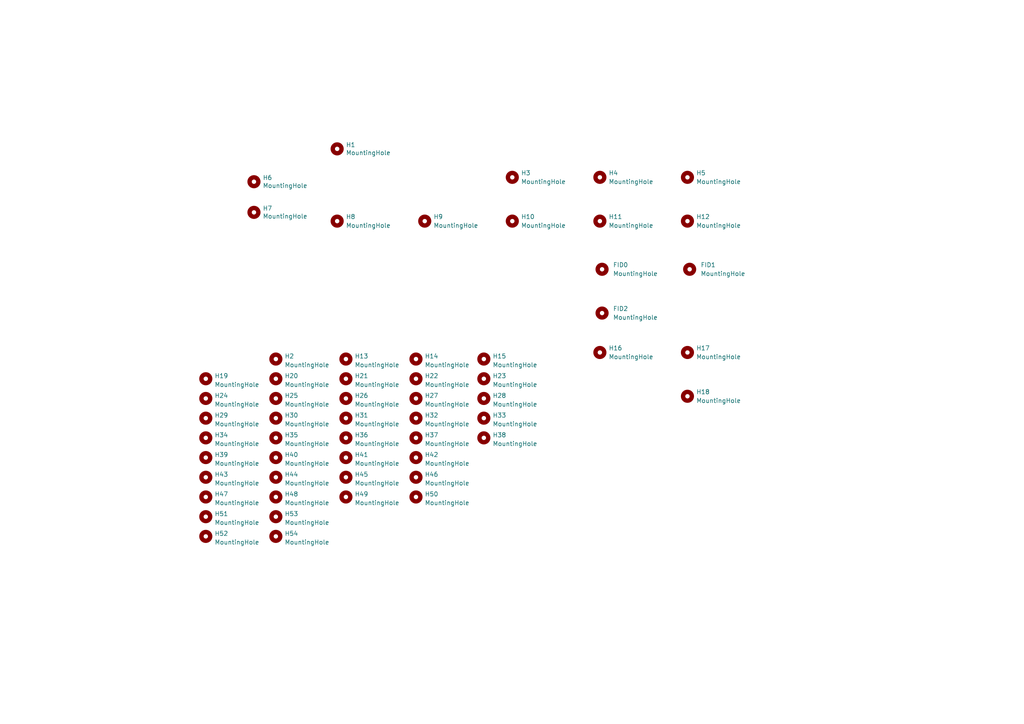
<source format=kicad_sch>
(kicad_sch (version 20230121) (generator eeschema)
  (paper "A4")
  (lib_symbols
    (symbol "Mechanical:MountingHole" (pin_names (offset 1.016))
      (property "Reference" "H" (at 0 5.08 0))
      (property "Value" "MountingHole" (at 0 3.175 0))
      (symbol "MountingHole_0_1"
        (circle (center 0 0) (radius 1.27) (stroke (width 1.27)))
      )
    )
  )
  (symbol (lib_id "Mechanical:MountingHole") (at 59.69 132.715 0) (unit 1)
    (property "Reference" "H39" (at 62.23 131.8803 0) (effects (justify left)))
    (property "Value" "MountingHole" (at 62.23 134.4172 0) (effects (justify left)))
    (property "Footprint" "bevin:M2 screwhole" (effects hide))
  )
  (symbol (lib_id "Mechanical:MountingHole") (at 173.99 64.135 0) (unit 1)
    (property "Reference" "H11" (at 176.53 62.8649 0) (effects (justify left)))
    (property "Value" "MountingHole" (at 176.53 65.4049 0) (effects (justify left)))
    (property "Footprint" "bevin:breakaway-mousebites" (effects hide))
    (instances (project "EC_Rev2" (path "" (reference "H11") (unit 1))) (project "conceptpcb" (path "" (reference "H10") (unit 1))))
  )
  (symbol (lib_id "Mechanical:MountingHole") (at 80.01 115.57 0) (unit 1)
    (property "Reference" "H25" (at 82.55 114.7353 0) (effects (justify left)))
    (property "Value" "MountingHole" (at 82.55 117.2722 0) (effects (justify left)))
    (property "Footprint" "bevin:M2 screwhole" (effects hide))
  )
  (symbol (lib_id "Mechanical:MountingHole") (at 120.65 109.855 0) (unit 1)
    (property "Reference" "H22" (at 123.19 109.0203 0) (effects (justify left)))
    (property "Value" "MountingHole" (at 123.19 111.5572 0) (effects (justify left)))
    (property "Footprint" "bevin:M2 screwhole" (effects hide))
  )
  (symbol (lib_id "Mechanical:MountingHole") (at 100.33 104.14 0) (unit 1)
    (property "Reference" "H13" (at 102.87 103.3053 0) (effects (justify left)))
    (property "Value" "MountingHole" (at 102.87 105.8422 0) (effects (justify left)))
    (property "Footprint" "bevin:M2 screwhole" (effects hide))
  )
  (symbol (lib_id "Mechanical:MountingHole") (at 140.335 121.285 0) (unit 1)
    (property "Reference" "H33" (at 142.875 120.4503 0) (effects (justify left)))
    (property "Value" "MountingHole" (at 142.875 122.9872 0) (effects (justify left)))
    (property "Footprint" "bevin:M2 screwhole" (effects hide))
  )
  (symbol (lib_id "Mechanical:MountingHole") (at 148.59 51.435 0) (unit 1)
    (property "Reference" "H3" (at 151.13 50.1649 0) (effects (justify left)))
    (property "Value" "MountingHole" (at 151.13 52.7049 0) (effects (justify left)))
    (property "Footprint" "bevin:breakaway-mousebites" (effects hide))
    (instances (project "EC_Rev2" (path "" (reference "H3") (unit 1))) (project "conceptpcb" (path "" (reference "H5") (unit 1))))
  )
  (symbol (lib_id "Mechanical:MountingHole") (at 100.33 115.57 0) (unit 1)
    (property "Reference" "H26" (at 102.87 114.7353 0) (effects (justify left)))
    (property "Value" "MountingHole" (at 102.87 117.2722 0) (effects (justify left)))
    (property "Footprint" "bevin:M2 screwhole" (effects hide))
  )
  (symbol (lib_id "Mechanical:MountingHole") (at 80.01 155.575 0) (unit 1)
    (property "Reference" "H54" (at 82.55 154.7403 0) (effects (justify left)))
    (property "Value" "MountingHole" (at 82.55 157.2772 0) (effects (justify left)))
    (property "Footprint" "bevin:M2 screwhole" (effects hide))
  )
  (symbol (lib_id "Mechanical:MountingHole") (at 80.01 109.855 0) (unit 1)
    (property "Reference" "H20" (at 82.55 109.0203 0) (effects (justify left)))
    (property "Value" "MountingHole" (at 82.55 111.5572 0) (effects (justify left)))
    (property "Footprint" "bevin:M2 screwhole" (effects hide))
  )
  (symbol (lib_id "Mechanical:MountingHole") (at 73.66 61.595 0) (unit 1)
    (property "Reference" "H7" (at 76.2 60.4266 0) (effects (justify left)))
    (property "Value" "MountingHole" (at 76.2 62.738 0) (effects (justify left)))
    (property "Footprint" "bevin:breakaway-mousebites" (effects hide))
    (instances (project "EC_Rev2" (path "" (reference "H7") (unit 1))) (project "conceptpcb" (path "" (reference "H2") (unit 1))))
  )
  (symbol (lib_id "Mechanical:MountingHole") (at 80.01 132.715 0) (unit 1)
    (property "Reference" "H40" (at 82.55 131.8803 0) (effects (justify left)))
    (property "Value" "MountingHole" (at 82.55 134.4172 0) (effects (justify left)))
    (property "Footprint" "bevin:M2 screwhole" (effects hide))
  )
  (symbol (lib_id "Mechanical:MountingHole") (at 148.59 64.135 0) (unit 1)
    (property "Reference" "H10" (at 151.13 62.8649 0) (effects (justify left)))
    (property "Value" "MountingHole" (at 151.13 65.4049 0) (effects (justify left)))
    (property "Footprint" "bevin:breakaway-mousebites" (effects hide))
    (instances (project "EC_Rev2" (path "" (reference "H10") (unit 1))) (project "conceptpcb" (path "" (reference "H9") (unit 1))))
  )
  (symbol (lib_id "Mechanical:MountingHole") (at 174.625 90.805 0) (unit 1)
    (property "Reference" "FID2" (at 177.8 89.535 0) (effects (justify left)))
    (property "Value" "MountingHole" (at 177.8 92.075 0) (effects (justify left)))
    (property "Footprint" "Fiducial:Fiducial_1.5mm_Mask3mm" (effects hide))
  )
  (symbol (lib_id "Mechanical:MountingHole") (at 80.01 138.43 0) (unit 1)
    (property "Reference" "H44" (at 82.55 137.5953 0) (effects (justify left)))
    (property "Value" "MountingHole" (at 82.55 140.1322 0) (effects (justify left)))
    (property "Footprint" "bevin:M2 screwhole" (effects hide))
  )
  (symbol (lib_id "Mechanical:MountingHole") (at 173.99 102.235 0) (unit 1)
    (property "Reference" "H16" (at 176.53 100.965 0) (effects (justify left)))
    (property "Value" "MountingHole" (at 176.53 103.505 0) (effects (justify left)))
    (property "Footprint" "bevin:M2 screwhole" (effects hide))
  )
  (symbol (lib_id "Mechanical:MountingHole") (at 59.69 149.86 0) (unit 1)
    (property "Reference" "H51" (at 62.23 149.0253 0) (effects (justify left)))
    (property "Value" "MountingHole" (at 62.23 151.5622 0) (effects (justify left)))
    (property "Footprint" "bevin:M2 screwhole" (effects hide))
  )
  (symbol (lib_id "Mechanical:MountingHole") (at 199.39 64.135 0) (unit 1)
    (property "Reference" "H12" (at 201.93 62.8649 0) (effects (justify left)))
    (property "Value" "MountingHole" (at 201.93 65.4049 0) (effects (justify left)))
    (property "Footprint" "bevin:breakaway-mousebites" (effects hide))
  )
  (symbol (lib_id "Mechanical:MountingHole") (at 59.69 155.575 0) (unit 1)
    (property "Reference" "H52" (at 62.23 154.7403 0) (effects (justify left)))
    (property "Value" "MountingHole" (at 62.23 157.2772 0) (effects (justify left)))
    (property "Footprint" "bevin:M2 screwhole" (effects hide))
  )
  (symbol (lib_id "Mechanical:MountingHole") (at 200.025 78.105 0) (unit 1)
    (property "Reference" "FID1" (at 203.2 76.835 0) (effects (justify left)))
    (property "Value" "MountingHole" (at 203.2 79.375 0) (effects (justify left)))
    (property "Footprint" "Fiducial:Fiducial_1.5mm_Mask3mm" (effects hide))
  )
  (symbol (lib_id "Mechanical:MountingHole") (at 120.65 132.715 0) (unit 1)
    (property "Reference" "H42" (at 123.19 131.8803 0) (effects (justify left)))
    (property "Value" "MountingHole" (at 123.19 134.4172 0) (effects (justify left)))
    (property "Footprint" "bevin:M2 screwhole" (effects hide))
  )
  (symbol (lib_id "Mechanical:MountingHole") (at 140.335 109.855 0) (unit 1)
    (property "Reference" "H23" (at 142.875 109.0203 0) (effects (justify left)))
    (property "Value" "MountingHole" (at 142.875 111.5572 0) (effects (justify left)))
    (property "Footprint" "bevin:M2 screwhole" (effects hide))
  )
  (symbol (lib_id "Mechanical:MountingHole") (at 97.79 43.18 0) (unit 1)
    (property "Reference" "H1" (at 100.33 42.0116 0) (effects (justify left)))
    (property "Value" "MountingHole" (at 100.33 44.323 0) (effects (justify left)))
    (property "Footprint" "art:xcalla" (effects hide))
  )
  (symbol (lib_id "Mechanical:MountingHole") (at 80.01 121.285 0) (unit 1)
    (property "Reference" "H30" (at 82.55 120.4503 0) (effects (justify left)))
    (property "Value" "MountingHole" (at 82.55 122.9872 0) (effects (justify left)))
    (property "Footprint" "bevin:M2 screwhole" (effects hide))
  )
  (symbol (lib_id "Mechanical:MountingHole") (at 140.335 104.14 0) (unit 1)
    (property "Reference" "H15" (at 142.875 103.3053 0) (effects (justify left)))
    (property "Value" "MountingHole" (at 142.875 105.8422 0) (effects (justify left)))
    (property "Footprint" "bevin:M2 screwhole" (effects hide))
  )
  (symbol (lib_id "Mechanical:MountingHole") (at 199.39 114.935 0) (unit 1)
    (property "Reference" "H18" (at 201.93 113.665 0) (effects (justify left)))
    (property "Value" "MountingHole" (at 201.93 116.205 0) (effects (justify left)))
    (property "Footprint" "bevin:M2 screwhole" (effects hide))
  )
  (symbol (lib_id "Mechanical:MountingHole") (at 100.33 132.715 0) (unit 1)
    (property "Reference" "H41" (at 102.87 131.8803 0) (effects (justify left)))
    (property "Value" "MountingHole" (at 102.87 134.4172 0) (effects (justify left)))
    (property "Footprint" "bevin:M2 screwhole" (effects hide))
  )
  (symbol (lib_id "Mechanical:MountingHole") (at 140.335 115.57 0) (unit 1)
    (property "Reference" "H28" (at 142.875 114.7353 0) (effects (justify left)))
    (property "Value" "MountingHole" (at 142.875 117.2722 0) (effects (justify left)))
    (property "Footprint" "bevin:M2 screwhole" (effects hide))
  )
  (symbol (lib_id "Mechanical:MountingHole") (at 100.33 138.43 0) (unit 1)
    (property "Reference" "H45" (at 102.87 137.5953 0) (effects (justify left)))
    (property "Value" "MountingHole" (at 102.87 140.1322 0) (effects (justify left)))
    (property "Footprint" "bevin:M2 screwhole" (effects hide))
  )
  (symbol (lib_id "Mechanical:MountingHole") (at 173.99 51.435 0) (unit 1)
    (property "Reference" "H4" (at 176.53 50.1649 0) (effects (justify left)))
    (property "Value" "MountingHole" (at 176.53 52.7049 0) (effects (justify left)))
    (property "Footprint" "bevin:breakaway-mousebites" (effects hide))
    (instances (project "EC_Rev2" (path "" (reference "H4") (unit 1))) (project "conceptpcb" (path "" (reference "H6") (unit 1))))
  )
  (symbol (lib_id "Mechanical:MountingHole") (at 120.65 144.145 0) (unit 1)
    (property "Reference" "H50" (at 123.19 143.3103 0) (effects (justify left)))
    (property "Value" "MountingHole" (at 123.19 145.8472 0) (effects (justify left)))
    (property "Footprint" "bevin:M2 screwhole" (effects hide))
  )
  (symbol (lib_id "Mechanical:MountingHole") (at 100.33 109.855 0) (unit 1)
    (property "Reference" "H21" (at 102.87 109.0203 0) (effects (justify left)))
    (property "Value" "MountingHole" (at 102.87 111.5572 0) (effects (justify left)))
    (property "Footprint" "bevin:M2 screwhole" (effects hide))
  )
  (symbol (lib_id "Mechanical:MountingHole") (at 97.79 64.135 0) (unit 1)
    (property "Reference" "H8" (at 100.33 62.8649 0) (effects (justify left)))
    (property "Value" "MountingHole" (at 100.33 65.4049 0) (effects (justify left)))
    (property "Footprint" "bevin:breakaway-mousebites" (effects hide))
    (instances (project "EC_Rev2" (path "" (reference "H8") (unit 1))) (project "conceptpcb" (path "" (reference "H7") (unit 1))))
  )
  (symbol (lib_id "Mechanical:MountingHole") (at 120.65 115.57 0) (unit 1)
    (property "Reference" "H27" (at 123.19 114.7353 0) (effects (justify left)))
    (property "Value" "MountingHole" (at 123.19 117.2722 0) (effects (justify left)))
    (property "Footprint" "bevin:M2 screwhole" (effects hide))
  )
  (symbol (lib_id "Mechanical:MountingHole") (at 59.69 121.285 0) (unit 1)
    (property "Reference" "H29" (at 62.23 120.4503 0) (effects (justify left)))
    (property "Value" "MountingHole" (at 62.23 122.9872 0) (effects (justify left)))
    (property "Footprint" "bevin:M2 screwhole" (effects hide))
  )
  (symbol (lib_id "Mechanical:MountingHole") (at 123.19 64.135 0) (unit 1)
    (property "Reference" "H9" (at 125.73 62.8649 0) (effects (justify left)))
    (property "Value" "MountingHole" (at 125.73 65.4049 0) (effects (justify left)))
    (property "Footprint" "bevin:breakaway-mousebites" (effects hide))
    (instances (project "EC_Rev2" (path "" (reference "H9") (unit 1))) (project "conceptpcb" (path "" (reference "H8") (unit 1))))
  )
  (symbol (lib_id "Mechanical:MountingHole") (at 59.69 115.57 0) (unit 1)
    (property "Reference" "H24" (at 62.23 114.7353 0) (effects (justify left)))
    (property "Value" "MountingHole" (at 62.23 117.2722 0) (effects (justify left)))
    (property "Footprint" "bevin:M2 screwhole" (effects hide))
  )
  (symbol (lib_id "Mechanical:MountingHole") (at 80.01 144.145 0) (unit 1)
    (property "Reference" "H48" (at 82.55 143.3103 0) (effects (justify left)))
    (property "Value" "MountingHole" (at 82.55 145.8472 0) (effects (justify left)))
    (property "Footprint" "bevin:M2 screwhole" (effects hide))
  )
  (symbol (lib_id "Mechanical:MountingHole") (at 199.39 51.435 0) (unit 1)
    (property "Reference" "H5" (at 201.93 50.1649 0) (effects (justify left)))
    (property "Value" "MountingHole" (at 201.93 52.7049 0) (effects (justify left)))
    (property "Footprint" "bevin:breakaway-mousebites" (effects hide))
    (instances (project "EC_Rev2" (path "" (reference "H5") (unit 1))) (project "conceptpcb" (path "" (reference "H11") (unit 1))))
  )
  (symbol (lib_id "Mechanical:MountingHole") (at 120.65 127 0) (unit 1)
    (property "Reference" "H37" (at 123.19 126.1653 0) (effects (justify left)))
    (property "Value" "MountingHole" (at 123.19 128.7022 0) (effects (justify left)))
    (property "Footprint" "bevin:M2 screwhole" (effects hide))
  )
  (symbol (lib_id "Mechanical:MountingHole") (at 80.01 104.14 0) (unit 1)
    (property "Reference" "H2" (at 82.55 103.3053 0) (effects (justify left)))
    (property "Value" "MountingHole" (at 82.55 105.8422 0) (effects (justify left)))
    (property "Footprint" "bevin:M2 screwhole" (effects hide))
  )
  (symbol (lib_id "Mechanical:MountingHole") (at 100.33 121.285 0) (unit 1)
    (property "Reference" "H31" (at 102.87 120.4503 0) (effects (justify left)))
    (property "Value" "MountingHole" (at 102.87 122.9872 0) (effects (justify left)))
    (property "Footprint" "bevin:M2 screwhole" (effects hide))
  )
  (symbol (lib_id "Mechanical:MountingHole") (at 59.69 144.145 0) (unit 1)
    (property "Reference" "H47" (at 62.23 143.3103 0) (effects (justify left)))
    (property "Value" "MountingHole" (at 62.23 145.8472 0) (effects (justify left)))
    (property "Footprint" "bevin:M2 screwhole" (effects hide))
  )
  (symbol (lib_id "Mechanical:MountingHole") (at 59.69 127 0) (unit 1)
    (property "Reference" "H34" (at 62.23 126.1653 0) (effects (justify left)))
    (property "Value" "MountingHole" (at 62.23 128.7022 0) (effects (justify left)))
    (property "Footprint" "bevin:M2 screwhole" (effects hide))
  )
  (symbol (lib_id "Mechanical:MountingHole") (at 174.625 78.105 0) (unit 1)
    (property "Reference" "FID0" (at 177.8 76.835 0) (effects (justify left)))
    (property "Value" "MountingHole" (at 177.8 79.375 0) (effects (justify left)))
    (property "Footprint" "Fiducial:Fiducial_1.5mm_Mask3mm" (effects hide))
  )
  (symbol (lib_id "Mechanical:MountingHole") (at 120.65 121.285 0) (unit 1)
    (property "Reference" "H32" (at 123.19 120.4503 0) (effects (justify left)))
    (property "Value" "MountingHole" (at 123.19 122.9872 0) (effects (justify left)))
    (property "Footprint" "bevin:M2 screwhole" (effects hide))
  )
  (symbol (lib_id "Mechanical:MountingHole") (at 140.335 127 0) (unit 1)
    (property "Reference" "H38" (at 142.875 126.1653 0) (effects (justify left)))
    (property "Value" "MountingHole" (at 142.875 128.7022 0) (effects (justify left)))
    (property "Footprint" "bevin:M2 screwhole" (effects hide))
  )
  (symbol (lib_id "Mechanical:MountingHole") (at 80.01 149.86 0) (unit 1)
    (property "Reference" "H53" (at 82.55 149.0253 0) (effects (justify left)))
    (property "Value" "MountingHole" (at 82.55 151.5622 0) (effects (justify left)))
    (property "Footprint" "bevin:M2 screwhole" (effects hide))
  )
  (symbol (lib_id "Mechanical:MountingHole") (at 120.65 138.43 0) (unit 1)
    (property "Reference" "H46" (at 123.19 137.5953 0) (effects (justify left)))
    (property "Value" "MountingHole" (at 123.19 140.1322 0) (effects (justify left)))
    (property "Footprint" "bevin:M2 screwhole" (effects hide))
  )
  (symbol (lib_id "Mechanical:MountingHole") (at 100.33 144.145 0) (unit 1)
    (property "Reference" "H49" (at 102.87 143.3103 0) (effects (justify left)))
    (property "Value" "MountingHole" (at 102.87 145.8472 0) (effects (justify left)))
    (property "Footprint" "bevin:M2 screwhole" (effects hide))
  )
  (symbol (lib_id "Mechanical:MountingHole") (at 59.69 138.43 0) (unit 1)
    (property "Reference" "H43" (at 62.23 137.5953 0) (effects (justify left)))
    (property "Value" "MountingHole" (at 62.23 140.1322 0) (effects (justify left)))
    (property "Footprint" "bevin:M2 screwhole" (effects hide))
  )
  (symbol (lib_id "Mechanical:MountingHole") (at 73.66 52.705 0) (unit 1)
    (property "Reference" "H6" (at 76.2 51.5366 0) (effects (justify left)))
    (property "Value" "MountingHole" (at 76.2 53.848 0) (effects (justify left)))
    (property "Footprint" "bevin:breakaway-mousebites" (effects hide))
    (instances (project "EC_Rev2" (path "" (reference "H6") (unit 1))) (project "conceptpcb" (path "" (reference "H1") (unit 1))))
  )
  (symbol (lib_id "Mechanical:MountingHole") (at 59.69 109.855 0) (unit 1)
    (property "Reference" "H19" (at 62.23 109.0203 0) (effects (justify left)))
    (property "Value" "MountingHole" (at 62.23 111.5572 0) (effects (justify left)))
    (property "Footprint" "bevin:M2 screwhole" (effects hide))
  )
  (symbol (lib_id "Mechanical:MountingHole") (at 100.33 127 0) (unit 1)
    (property "Reference" "H36" (at 102.87 126.1653 0) (effects (justify left)))
    (property "Value" "MountingHole" (at 102.87 128.7022 0) (effects (justify left)))
    (property "Footprint" "bevin:M2 screwhole" (effects hide))
  )
  (symbol (lib_id "Mechanical:MountingHole") (at 120.65 104.14 0) (unit 1)
    (property "Reference" "H14" (at 123.19 103.3053 0) (effects (justify left)))
    (property "Value" "MountingHole" (at 123.19 105.8422 0) (effects (justify left)))
    (property "Footprint" "bevin:M2 screwhole" (effects hide))
  )
  (symbol (lib_id "Mechanical:MountingHole") (at 199.39 102.235 0) (unit 1)
    (property "Reference" "H17" (at 201.93 100.965 0) (effects (justify left)))
    (property "Value" "MountingHole" (at 201.93 103.505 0) (effects (justify left)))
    (property "Footprint" "bevin:M2 screwhole" (effects hide))
  )
  (symbol (lib_id "Mechanical:MountingHole") (at 80.01 127 0) (unit 1)
    (property "Reference" "H35" (at 82.55 126.1653 0) (effects (justify left)))
    (property "Value" "MountingHole" (at 82.55 128.7022 0) (effects (justify left)))
    (property "Footprint" "bevin:M2 screwhole" (effects hide))
  )
)
</source>
